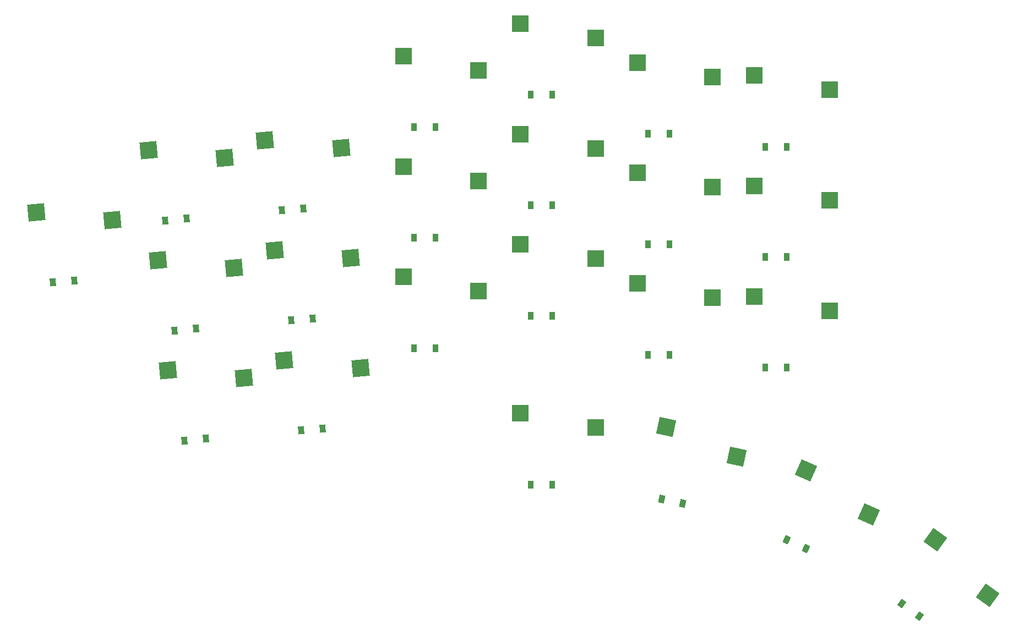
<source format=gbr>
%TF.GenerationSoftware,KiCad,Pcbnew,7.0.10*%
%TF.CreationDate,2024-02-18T22:51:37+03:00*%
%TF.ProjectId,jcuken_1,6a63756b-656e-45f3-912e-6b696361645f,0.1*%
%TF.SameCoordinates,Original*%
%TF.FileFunction,Paste,Bot*%
%TF.FilePolarity,Positive*%
%FSLAX46Y46*%
G04 Gerber Fmt 4.6, Leading zero omitted, Abs format (unit mm)*
G04 Created by KiCad (PCBNEW 7.0.10) date 2024-02-18 22:51:37*
%MOMM*%
%LPD*%
G01*
G04 APERTURE LIST*
G04 Aperture macros list*
%AMRotRect*
0 Rectangle, with rotation*
0 The origin of the aperture is its center*
0 $1 length*
0 $2 width*
0 $3 Rotation angle, in degrees counterclockwise*
0 Add horizontal line*
21,1,$1,$2,0,0,$3*%
G04 Aperture macros list end*
%ADD10R,2.600000X2.600000*%
%ADD11RotRect,0.900000X1.200000X5.000000*%
%ADD12RotRect,0.900000X1.200000X324.000000*%
%ADD13R,0.900000X1.200000*%
%ADD14RotRect,2.600000X2.600000X336.000000*%
%ADD15RotRect,2.600000X2.600000X5.000000*%
%ADD16RotRect,0.900000X1.200000X348.000000*%
%ADD17RotRect,2.600000X2.600000X324.000000*%
%ADD18RotRect,2.600000X2.600000X348.000000*%
%ADD19RotRect,0.900000X1.200000X336.000000*%
G04 APERTURE END LIST*
D10*
%TO.C,S16*%
X144218929Y-32689195D03*
X155768929Y-34889195D03*
%TD*%
D11*
%TO.C,D3*%
X73069978Y-73912792D03*
X76357420Y-73625178D03*
%TD*%
D12*
%TO.C,D23*%
X184889346Y-115918040D03*
X187559102Y-117857732D03*
%TD*%
D13*
%TO.C,D8*%
X109843929Y-76639195D03*
X113143929Y-76639195D03*
%TD*%
%TO.C,D18*%
X163843929Y-62639194D03*
X167143929Y-62639194D03*
%TD*%
D14*
%TO.C,S22*%
X170140818Y-95483061D03*
X179797447Y-102190669D03*
%TD*%
D11*
%TO.C,D2*%
X74551626Y-90848102D03*
X77839068Y-90560488D03*
%TD*%
D10*
%TO.C,S18*%
X162218929Y-51689194D03*
X173768929Y-53889194D03*
%TD*%
D15*
%TO.C,S7*%
X86946663Y-44641976D03*
X98644454Y-45826955D03*
%TD*%
D16*
%TO.C,D21*%
X147954866Y-99826512D03*
X151182754Y-100512620D03*
%TD*%
D10*
%TO.C,S14*%
X144218929Y-66689195D03*
X155768929Y-68889195D03*
%TD*%
D13*
%TO.C,D11*%
X127843929Y-71639195D03*
X131143929Y-71639195D03*
%TD*%
D11*
%TO.C,D1*%
X54354072Y-66515843D03*
X57641514Y-66228229D03*
%TD*%
D13*
%TO.C,D12*%
X127843929Y-54639195D03*
X131143929Y-54639195D03*
%TD*%
%TO.C,D15*%
X145843929Y-60639195D03*
X149143929Y-60639195D03*
%TD*%
D10*
%TO.C,S9*%
X108218929Y-48689194D03*
X119768929Y-50889194D03*
%TD*%
%TO.C,S19*%
X162218929Y-34689194D03*
X173768929Y-36889194D03*
%TD*%
D13*
%TO.C,D17*%
X163843929Y-79639195D03*
X167143929Y-79639195D03*
%TD*%
D15*
%TO.C,S1*%
X51780900Y-55749140D03*
X63478691Y-56934119D03*
%TD*%
D13*
%TO.C,D19*%
X163843929Y-45639194D03*
X167143929Y-45639194D03*
%TD*%
%TO.C,D14*%
X145843929Y-77639195D03*
X149143929Y-77639195D03*
%TD*%
D11*
%TO.C,D5*%
X92483130Y-89279299D03*
X95770572Y-88991685D03*
%TD*%
%TO.C,D4*%
X71588330Y-56977483D03*
X74875772Y-56689869D03*
%TD*%
D10*
%TO.C,S8*%
X108218929Y-65689195D03*
X119768929Y-67889195D03*
%TD*%
D15*
%TO.C,S6*%
X88428311Y-61577286D03*
X100126102Y-62762265D03*
%TD*%
D10*
%TO.C,S20*%
X126218929Y-86689194D03*
X137768929Y-88889194D03*
%TD*%
%TO.C,S17*%
X162218929Y-68689195D03*
X173768929Y-70889195D03*
%TD*%
D13*
%TO.C,D16*%
X145843929Y-43639195D03*
X149143929Y-43639195D03*
%TD*%
D17*
%TO.C,S23*%
X190010942Y-106104153D03*
X198061960Y-114672910D03*
%TD*%
D15*
%TO.C,S4*%
X69015159Y-46210779D03*
X80712950Y-47395758D03*
%TD*%
D13*
%TO.C,D13*%
X127843929Y-37639194D03*
X131143929Y-37639194D03*
%TD*%
D11*
%TO.C,D7*%
X89519835Y-55408679D03*
X92807277Y-55121065D03*
%TD*%
D15*
%TO.C,S3*%
X70496806Y-63146089D03*
X82194597Y-64331068D03*
%TD*%
D10*
%TO.C,S10*%
X108218929Y-31689194D03*
X119768929Y-33889194D03*
%TD*%
D11*
%TO.C,D6*%
X91001482Y-72343989D03*
X94288924Y-72056375D03*
%TD*%
D10*
%TO.C,S11*%
X126218929Y-60689195D03*
X137768929Y-62889195D03*
%TD*%
D15*
%TO.C,S5*%
X89909958Y-78512595D03*
X101607749Y-79697574D03*
%TD*%
%TO.C,S2*%
X71978454Y-80081399D03*
X83676245Y-81266378D03*
%TD*%
D18*
%TO.C,S21*%
X148642010Y-88777939D03*
X159482209Y-93331244D03*
%TD*%
D13*
%TO.C,D9*%
X109843929Y-59639194D03*
X113143929Y-59639194D03*
%TD*%
%TO.C,D20*%
X127843929Y-97639194D03*
X131143929Y-97639194D03*
%TD*%
D10*
%TO.C,S13*%
X126218929Y-26689194D03*
X137768929Y-28889194D03*
%TD*%
D19*
%TO.C,D22*%
X167171563Y-106147331D03*
X170186263Y-107489561D03*
%TD*%
D13*
%TO.C,D10*%
X109843929Y-42639194D03*
X113143929Y-42639194D03*
%TD*%
D10*
%TO.C,S15*%
X144218929Y-49689195D03*
X155768929Y-51889195D03*
%TD*%
%TO.C,S12*%
X126218929Y-43689195D03*
X137768929Y-45889195D03*
%TD*%
M02*

</source>
